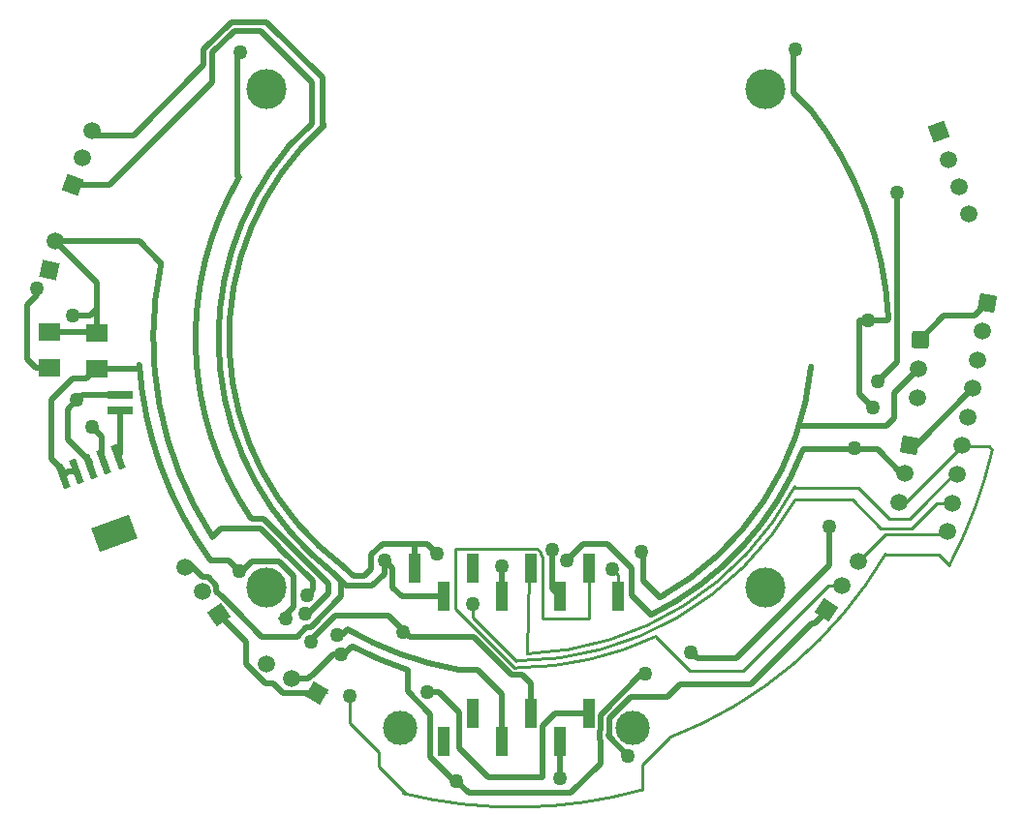
<source format=gbl>
G04 Layer_Physical_Order=2*
G04 Layer_Color=16711680*
%FSLAX44Y44*%
%MOMM*%
G71*
G01*
G75*
%ADD10C,0.2540*%
%ADD11C,0.5000*%
%ADD57C,1.5000*%
%ADD58P,2.1213X4X170.0*%
%ADD59P,2.1213X4X195.0*%
%ADD60C,3.5000*%
%ADD61P,2.1213X4X335.0*%
%ADD62P,2.1213X4X305.0*%
%ADD63C,3.0000*%
%ADD64P,2.1213X4X115.0*%
%ADD65P,2.1213X4X122.0*%
%ADD66P,2.1213X4X312.0*%
%ADD67P,2.1213X4X101.0*%
%ADD68C,1.2700*%
%ADD69R,1.9000X1.6000*%
%ADD70R,1.0000X2.5000*%
G04:AMPARAMS|DCode=71|XSize=3.5mm|YSize=2.2mm|CornerRadius=0mm|HoleSize=0mm|Usage=FLASHONLY|Rotation=200.000|XOffset=0mm|YOffset=0mm|HoleType=Round|Shape=Rectangle|*
%AMROTATEDRECTD71*
4,1,4,1.2682,1.6322,2.0207,-0.4351,-1.2682,-1.6322,-2.0207,0.4351,1.2682,1.6322,0.0*
%
%ADD71ROTATEDRECTD71*%

G04:AMPARAMS|DCode=72|XSize=0.6mm|YSize=2.2mm|CornerRadius=0mm|HoleSize=0mm|Usage=FLASHONLY|Rotation=200.000|XOffset=0mm|YOffset=0mm|HoleType=Round|Shape=Rectangle|*
%AMROTATEDRECTD72*
4,1,4,-0.0943,1.1363,0.6581,-0.9311,0.0943,-1.1363,-0.6581,0.9311,-0.0943,1.1363,0.0*
%
%ADD72ROTATEDRECTD72*%

%ADD73R,2.2860X0.7620*%
%ADD74C,0.0000*%
D10*
X134277Y-349065D02*
G03*
X322803Y-188876I-134279J349063D01*
G01*
X-98514Y-397989D02*
G03*
X110519Y-394823I98514J397989D01*
G01*
X378962Y-198153D02*
G03*
X416371Y-97531I-378964J198151D01*
G01*
X1727Y-287996D02*
G03*
X122501Y-260648I-1734J288011D01*
G01*
X9777Y-275827D02*
G03*
X243694Y-129574I-9777J275827D01*
G01*
X9597Y-274832D02*
G03*
X9737Y-274828I-9597J274832D01*
G01*
X0Y-282000D02*
G03*
X244219Y-141000I0J282000D01*
G01*
X299350Y-195139D02*
X323266Y-171222D01*
X388098Y-92496D02*
X389790Y-94189D01*
X413103D01*
X322803Y-188876D02*
X369684D01*
X322803Y-188876D02*
X322803Y-188876D01*
X134277Y-349065D02*
X134277Y-349065D01*
X110521Y-372822D02*
X134277Y-349065D01*
X110521Y-394823D02*
Y-372822D01*
X369684Y-188876D02*
X378923Y-198114D01*
X-120045Y-374406D02*
X-96164Y-398288D01*
X-120045Y-374406D02*
Y-361908D01*
X-145380Y-336572D02*
X-120045Y-361908D01*
X-145380Y-336572D02*
Y-312562D01*
X413103Y-94189D02*
X416371Y-97457D01*
X389790Y-94189D02*
X390151Y-93828D01*
X340923Y-143057D02*
X389790Y-94189D01*
X122145Y-261004D02*
X151570Y-290429D01*
X374567Y-171222D02*
X376919Y-168871D01*
X323266Y-171222D02*
X374567D01*
X382433Y-118842D02*
X385741D01*
X355556Y-145719D02*
X382433Y-118842D01*
X319098Y-166142D02*
X345625D01*
X293955Y-141000D02*
X319098Y-166142D01*
X243694Y-130982D02*
X299306D01*
X318556Y-150232D01*
X343831Y-157444D02*
X355556Y-145719D01*
X343831Y-157444D02*
X344092Y-157705D01*
X326029D02*
X344092D01*
X367911Y-143856D02*
X381330D01*
X345625Y-166142D02*
X367911Y-143856D01*
X316655Y-148331D02*
X326029Y-157705D01*
X11621Y-205995D02*
X14579Y-203037D01*
X9737Y-274832D02*
X9737Y-274828D01*
X11621Y-205995D01*
X84222Y-201781D02*
X89020Y-206579D01*
Y-225850D02*
Y-206579D01*
X-52930Y-236517D02*
X-1491Y-287956D01*
X95D01*
X-38118Y-243882D02*
Y-232368D01*
X-52930Y-236517D02*
Y-183589D01*
X-9751D01*
X-12161Y-183673D02*
X18411D01*
X63640Y-208132D02*
Y-200850D01*
Y-208132D02*
X64491Y-207281D01*
X63640Y-244818D02*
Y-208132D01*
X23505Y-244818D02*
X63640D01*
X23505D02*
Y-191150D01*
X21511Y-189155D02*
X23505Y-191150D01*
X21511Y-189155D02*
Y-186772D01*
X18411Y-183673D02*
X21511Y-186772D01*
X-38118Y-243882D02*
X0Y-282000D01*
X244219Y-141000D02*
X293955D01*
X151570Y-290429D02*
X198482D01*
X272715Y-216196D01*
X285147D01*
D11*
X-167761Y186507D02*
G03*
X-150533Y-199731I166984J-186055D01*
G01*
X125891Y-226576D02*
G03*
X128734Y-225021I-122900J227983D01*
G01*
X125743Y-226427D02*
G03*
X257822Y-24676I-125743J226427D01*
G01*
X-147000Y-254611D02*
G03*
X-51052Y-289533I147000J254611D01*
G01*
X-310072Y65908D02*
G03*
X-265248Y-173587I310072J-65908D01*
G01*
X-329196Y-23020D02*
G03*
X-266976Y-193969I329196J23020D01*
G01*
X-199171Y167125D02*
G03*
X-160072Y-204883I199171J-167125D01*
G01*
X117854Y-241808D02*
G03*
X250610Y-97754I-117854J241808D01*
G01*
X-143189Y-269299D02*
G03*
X-94584Y-289963I143189J269299D01*
G01*
X-241905Y141004D02*
G03*
X-231656Y-157280I241903J-141006D01*
G01*
X325553Y17062D02*
G03*
X256891Y200705I-325553J-17062D01*
G01*
X-40588Y-330338D02*
X-38100Y-327850D01*
X-419397Y-25505D02*
X-407890D01*
X-427122Y-17780D02*
X-419397Y-25505D01*
X-427122Y-17780D02*
Y29056D01*
X-418693Y37485D01*
Y44006D01*
X-115001Y-205648D02*
Y-193898D01*
X-125731Y-216377D02*
X-115001Y-205648D01*
X-148577Y-216377D02*
X-125731D01*
X-156056Y-259721D02*
X-152110D01*
X-243255Y142354D02*
Y245151D01*
X-241075Y247331D01*
Y250711D01*
X-265317Y249932D02*
X-246165Y269083D01*
X-272857Y253055D02*
X-248934Y276978D01*
X-265317Y224077D02*
Y249932D01*
X-246165Y269083D02*
X-223374D01*
X-272857Y238975D02*
Y253055D01*
X-248934Y276978D02*
X-217690D01*
X-387468Y20306D02*
X-371891D01*
X-366597Y25601D01*
X-333935Y177897D02*
X-272857Y238975D01*
X-366358Y177897D02*
X-333935D01*
X-370173Y181711D02*
X-366358Y177897D01*
X-387547Y133975D02*
X-355419D01*
X-265317Y224077D01*
X-223374Y269083D02*
X-178309Y224018D01*
Y187987D02*
Y224018D01*
X323591Y-76309D02*
X330394Y-69506D01*
X249595Y-76309D02*
X323591D01*
X315745Y-97031D02*
X336757Y-118043D01*
X132434Y-313720D02*
X143810Y-302344D01*
X132171Y-313457D02*
X132434Y-313720D01*
X100152Y-313457D02*
X132171D01*
X81220Y-332389D02*
X100152Y-313457D01*
X270943Y-239126D02*
Y-237254D01*
X261148Y-248921D02*
X270943Y-239126D01*
X-204088Y-309841D02*
X-174529D01*
X-211889Y-302040D02*
X-204088Y-309841D01*
X-218658Y-302040D02*
X-211889D01*
X-236181Y-284517D02*
X-218658Y-302040D01*
X-33865Y-289533D02*
X-12700Y-310698D01*
X336757Y-118043D02*
X339460D01*
X333288Y-20887D02*
Y127937D01*
X316395Y-37779D02*
X333288Y-20887D01*
X374087Y20097D02*
X401059D01*
X353150Y-840D02*
X374087Y20097D01*
X330394Y-69506D02*
Y-47632D01*
X351821Y-26205D01*
X80532Y-347818D02*
X97833Y-365119D01*
X80532Y-347818D02*
Y-346248D01*
X109802Y-293144D02*
X112527D01*
X-251105Y-194085D02*
X-242070Y-203120D01*
X-266860Y-194085D02*
X-251105D01*
X-153200Y-276379D02*
X-150269D01*
X-159713D02*
X-153200D01*
X-178050Y-294716D02*
X-159713Y-276379D01*
X-179202Y-294716D02*
X-178050D01*
X-181787Y-297301D02*
X-179202Y-294716D01*
X-196366Y-297301D02*
X-181787D01*
X-366597Y-26150D02*
X-329196D01*
X-92587Y-261165D02*
X-37206D01*
X-3981Y-294390D01*
X5043D01*
X-152605Y-212349D02*
X-148577Y-216377D01*
X5043Y-294390D02*
X12700Y-302047D01*
X-402367Y84847D02*
X-329011D01*
X-366597Y25601D02*
Y49077D01*
Y4850D02*
Y25601D01*
X-168691Y186507D02*
Y227979D01*
X-217690Y276978D02*
X-168691Y227979D01*
X-142292Y-207972D02*
X-132847D01*
X-126391Y-201516D01*
Y-189180D01*
X409464Y31242D02*
X412205D01*
X349744Y-93029D02*
X398973Y-43800D01*
X343870Y-93029D02*
X349744D01*
X335049Y-143057D02*
X340923D01*
X-402367Y84847D02*
X-366597Y49077D01*
X-407890Y5495D02*
X-367242D01*
X-366597Y4850D01*
X401059Y20097D02*
X412205Y31242D01*
X-174529Y-309841D02*
X-174369Y-310001D01*
X-288958Y-200212D02*
X-285757Y-197011D01*
X-383797Y-116394D02*
X-383484Y-116081D01*
X242417Y251105D02*
X244519Y253207D01*
X242417Y215179D02*
Y251105D01*
X307577Y16119D02*
X324611D01*
X299854Y-48374D02*
X312157Y-60677D01*
X299854Y16119D02*
X307577D01*
X273436Y-164297D02*
X273582Y-164443D01*
X-347995Y-103363D02*
X-345750Y-101118D01*
Y-62965D01*
X-391557Y-61764D02*
X-383744Y-53951D01*
X-372176Y-111737D02*
X-371863Y-112050D01*
X-391557Y-88209D02*
Y-61764D01*
Y-88209D02*
X-372176Y-107590D01*
Y-111737D02*
Y-107590D01*
X-359929Y-107706D02*
Y-106437D01*
X-362333Y-104033D02*
X-359929Y-106437D01*
X-362333Y-104033D02*
Y-85881D01*
X-370672Y-77542D02*
X-362333Y-85881D01*
X-387488Y-34822D02*
X-375269D01*
X-366597Y-26150D01*
X-406022Y-53356D02*
X-387488Y-34822D01*
X-383744Y-53951D02*
X-379078Y-49285D01*
X-345750D01*
X-395731Y-120737D02*
X-391388Y-116394D01*
X-383797D01*
X-406022Y-105327D02*
Y-53356D01*
Y-105327D02*
X-395731Y-115618D01*
Y-120737D02*
Y-115618D01*
X-126391Y-189180D02*
X-116742Y-179531D01*
X-115001Y-193898D02*
X-107869Y-201031D01*
Y-217530D02*
Y-201031D01*
Y-217530D02*
X-99549Y-225850D01*
X-63500D01*
X38240Y-381835D02*
Y-352850D01*
X35727Y-384348D02*
X38539D01*
X-94584Y-308567D02*
X-74714Y-328437D01*
Y-366424D02*
Y-328437D01*
X-77173Y-309524D02*
X-67585D01*
X-49865Y-327244D01*
X34349Y-327850D02*
X63640D01*
X-12700Y-352850D02*
Y-310698D01*
X12700Y-327850D02*
Y-302047D01*
X-12700Y-196307D02*
X-12466Y-196541D01*
Y-199407D02*
Y-196541D01*
X111630Y-212315D02*
Y-187516D01*
X100865Y-224819D02*
Y-200609D01*
X79971Y-179715D02*
X100865Y-200609D01*
X58949Y-179715D02*
X79971D01*
X44765Y-193899D02*
X58949Y-179715D01*
X-77962Y-179531D02*
X-69156Y-188337D01*
Y-188340D02*
Y-188337D01*
X-88890Y-179778D02*
X-88643Y-179531D01*
X-88890Y-200850D02*
Y-179778D01*
X-116742Y-179531D02*
X-88643D01*
X-77962D01*
X31525Y-219135D02*
X38240Y-225850D01*
X31670Y-218990D02*
Y-184947D01*
X-150533Y-199731D02*
X-142292Y-207972D01*
X-150533Y-199731D02*
X-150533Y-199731D01*
X-168691Y186507D02*
X-167761D01*
X-167761D01*
X31525Y-219135D02*
X31670Y-218990D01*
X111630Y-212315D02*
X125891Y-226576D01*
X143810Y-302344D02*
X205547D01*
X258970Y-248921D01*
X261148D01*
X192373Y-280018D02*
X273582Y-198809D01*
Y-164443D01*
X153143Y-274508D02*
X158653Y-280018D01*
X192373D01*
X-164099Y-222898D02*
Y-214876D01*
X-220910Y-158065D02*
X-164099Y-214876D01*
X-231206Y-158065D02*
X-220910D01*
X-258114Y-166453D02*
X-223185D01*
X-207392Y-182246D01*
Y-183543D02*
Y-182246D01*
Y-183543D02*
X-206744Y-182894D01*
X-177344Y-212294D01*
X-242070Y-203120D02*
X-239177D01*
X-230986Y-194930D01*
X-207365D01*
X-182553Y-224641D02*
X-177344Y-219433D01*
Y-212294D01*
X-274290Y-208479D02*
X-269195D01*
X-261849Y-215824D01*
Y-220919D02*
Y-215824D01*
Y-220919D02*
X-256429Y-226340D01*
X-255891D01*
X-244335Y-237896D01*
Y-238434D02*
Y-237896D01*
X-178941Y-265292D02*
Y-263916D01*
X-157603Y-242578D01*
X-111174D01*
X-244335Y-238434D02*
X-221937Y-260831D01*
X-259820Y-241825D02*
X-236181Y-265464D01*
Y-284517D02*
Y-265464D01*
X-207365Y-194930D02*
X-194783Y-207512D01*
X-221937Y-260831D02*
X-191369D01*
X-184236Y-243035D02*
Y-241130D01*
X-191369Y-260831D02*
X-183058Y-252520D01*
X-179518D01*
X-152605Y-225607D01*
Y-212349D01*
X-205389Y-244843D02*
X-200947D01*
Y-241336D01*
X-194783Y-235172D01*
Y-207512D01*
X-51052Y-289533D02*
X-33865D01*
X-152110Y-259721D02*
X-147000Y-254611D01*
X-265248Y-173587D02*
X-258114Y-166453D01*
X-329011Y84847D02*
X-310072Y65908D01*
X-266976Y-193969D02*
X-266860Y-194085D01*
X-266976Y-193969D02*
X-266976Y-193969D01*
X-111174Y-242578D02*
X-92587Y-261165D01*
X-160072Y-204883D02*
X-152605Y-212349D01*
X-13951Y-224599D02*
X-13863Y-224510D01*
X-13951Y-224599D02*
X-13425Y-224345D01*
X-12615Y-223955D01*
X-12691Y-199408D02*
X-12615Y-223955D01*
X-12700Y-196307D02*
X-12691Y-199408D01*
X-285757Y-197011D02*
X-274290Y-208479D01*
X-160072Y-204883D02*
X-160072Y-204883D01*
X-199171Y167125D02*
X-199171Y167125D01*
X-178309Y187987D01*
X100865Y-224819D02*
X117854Y-241808D01*
X267542Y-237254D02*
X270943D01*
X251124Y-97031D02*
X315745D01*
X-49865Y-358597D02*
Y-327244D01*
X-52388Y-388750D02*
X-52175Y-387487D01*
X35727Y-384348D02*
X38240Y-381835D01*
X-49865Y-358597D02*
X-24353Y-384109D01*
X-52175Y-387487D02*
X-41117Y-397341D01*
X47983D01*
X-24353Y-384109D02*
X23558D01*
Y-338641D01*
X34349Y-327850D01*
X73680Y-329266D02*
X109802Y-293144D01*
X47983Y-397341D02*
X47994Y-397352D01*
X73680Y-371667D01*
X80532Y-346248D02*
X81220Y-345561D01*
Y-332389D01*
X73680Y-342438D02*
Y-329266D01*
Y-371667D02*
Y-351629D01*
X72992Y-350941D02*
X73680Y-351629D01*
X72992Y-350941D02*
Y-343125D01*
X73680Y-342438D01*
X-94584Y-308567D02*
Y-289963D01*
X-150269Y-276379D02*
X-143189Y-269299D01*
X-74714Y-366424D02*
X-52388Y-388750D01*
X-243255Y142354D02*
X-241905Y141004D01*
X-184236Y-243035D02*
X-164099Y-222898D01*
X242417Y215179D02*
X256891Y200705D01*
X299854Y-48374D02*
Y16119D01*
X324611D02*
X325553Y17062D01*
D57*
X-288958Y-200212D02*
D03*
X-274389Y-221019D02*
D03*
X-218363Y-284601D02*
D03*
X-196366Y-297301D02*
D03*
X378245Y156707D02*
D03*
X386932Y132839D02*
D03*
X395619Y108971D02*
D03*
X407794Y6228D02*
D03*
X376919Y-168871D02*
D03*
X381330Y-143856D02*
D03*
X385741Y-118842D02*
D03*
X390151Y-93828D02*
D03*
X394562Y-68814D02*
D03*
X398973Y-43800D02*
D03*
X403383Y-18786D02*
D03*
X-370173Y181711D02*
D03*
X-378860Y157843D02*
D03*
X-402367Y84847D02*
D03*
X335049Y-143057D02*
D03*
X339460Y-118043D02*
D03*
X350491Y-51570D02*
D03*
X351821Y-26205D02*
D03*
X299347Y-195135D02*
D03*
X285144Y-216192D02*
D03*
D58*
X-259820Y-241825D02*
D03*
D59*
X-174369Y-310001D02*
D03*
D60*
X218100Y-218100D02*
D03*
X-218100D02*
D03*
X218100Y218100D02*
D03*
X-218100D02*
D03*
D61*
X369557Y180575D02*
D03*
D62*
X412205Y31242D02*
D03*
X343870Y-93029D02*
D03*
D63*
X101600Y-340350D02*
D03*
X-101600D02*
D03*
D64*
X-387547Y133975D02*
D03*
D65*
X-408081Y60098D02*
D03*
D66*
X353150Y-840D02*
D03*
D67*
X270940Y-237250D02*
D03*
D68*
X153143Y-274508D02*
D03*
X-178941Y-265292D02*
D03*
X-156056Y-259721D02*
D03*
X-241075Y250711D02*
D03*
X-387468Y20306D02*
D03*
X97833Y-365119D02*
D03*
X-242070Y-203120D02*
D03*
X-153200Y-276379D02*
D03*
X-98551Y-256734D02*
D03*
X-145380Y-312562D02*
D03*
X-418693Y44006D02*
D03*
X44765Y-193899D02*
D03*
X-115001Y-193898D02*
D03*
X244519Y253207D02*
D03*
X333288Y127937D02*
D03*
X307577Y16119D02*
D03*
X295778Y-96104D02*
D03*
X316395Y-37779D02*
D03*
X312157Y-60677D02*
D03*
X273436Y-164297D02*
D03*
X-77173Y-309524D02*
D03*
X112527Y-293144D02*
D03*
X-383744Y-53951D02*
D03*
X-370672Y-77542D02*
D03*
X38539Y-384348D02*
D03*
X-38118Y-232368D02*
D03*
X84222Y-201781D02*
D03*
X-12466Y-199407D02*
D03*
X109447Y-186456D02*
D03*
X-69156Y-188340D02*
D03*
X31670Y-184947D02*
D03*
X-182553Y-224641D02*
D03*
X-184236Y-241130D02*
D03*
X-200947Y-244843D02*
D03*
X-52175Y-387487D02*
D03*
D69*
X-366597Y4850D02*
D03*
Y-26150D02*
D03*
X-407890Y5495D02*
D03*
Y-25505D02*
D03*
D70*
X63640Y-200850D02*
D03*
X38240Y-352850D02*
D03*
X-38100Y-200850D02*
D03*
X-63500Y-352850D02*
D03*
X63640Y-327850D02*
D03*
X38240Y-225850D02*
D03*
X-63500D02*
D03*
X-38100Y-327850D02*
D03*
X12700Y-200850D02*
D03*
X-12700Y-352850D02*
D03*
X-88890Y-200850D02*
D03*
X89020Y-225850D02*
D03*
X12700Y-327850D02*
D03*
X-12700Y-225850D02*
D03*
D71*
X-350658Y-170311D02*
D03*
D72*
X-359929Y-107706D02*
D03*
X-383797Y-116394D02*
D03*
X-347995Y-103363D02*
D03*
X-371863Y-112050D02*
D03*
X-395731Y-120737D02*
D03*
D73*
X-345750Y-62965D02*
D03*
Y-49285D02*
D03*
D74*
X-174369Y-310001D02*
X-164929D01*
M02*

</source>
